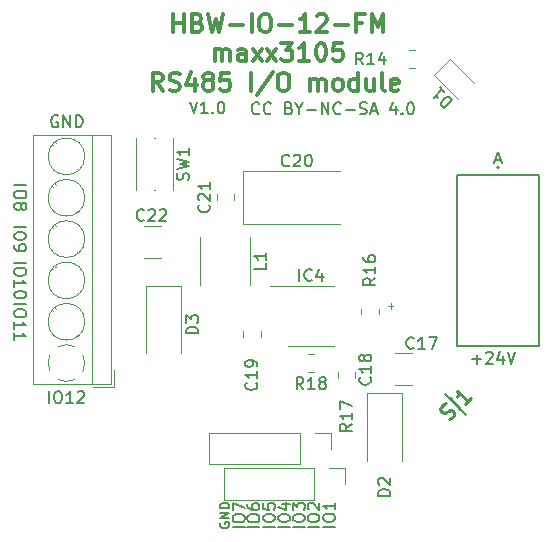
<source format=gbr>
%TF.GenerationSoftware,KiCad,Pcbnew,(6.0.9)*%
%TF.CreationDate,2024-03-30T18:33:12+01:00*%
%TF.ProjectId,HBW-IO-12-FM,4842572d-494f-42d3-9132-2d464d2e6b69,rev?*%
%TF.SameCoordinates,Original*%
%TF.FileFunction,Legend,Top*%
%TF.FilePolarity,Positive*%
%FSLAX46Y46*%
G04 Gerber Fmt 4.6, Leading zero omitted, Abs format (unit mm)*
G04 Created by KiCad (PCBNEW (6.0.9)) date 2024-03-30 18:33:12*
%MOMM*%
%LPD*%
G01*
G04 APERTURE LIST*
%ADD10C,0.150000*%
%ADD11C,0.300000*%
%ADD12C,0.254000*%
%ADD13C,0.200000*%
%ADD14C,0.120000*%
%ADD15C,0.127000*%
G04 APERTURE END LIST*
D10*
X127637619Y-75243809D02*
X128637619Y-75243809D01*
X128637619Y-75910476D02*
X128637619Y-76100952D01*
X128590000Y-76196190D01*
X128494761Y-76291428D01*
X128304285Y-76339047D01*
X127970952Y-76339047D01*
X127780476Y-76291428D01*
X127685238Y-76196190D01*
X127637619Y-76100952D01*
X127637619Y-75910476D01*
X127685238Y-75815238D01*
X127780476Y-75720000D01*
X127970952Y-75672380D01*
X128304285Y-75672380D01*
X128494761Y-75720000D01*
X128590000Y-75815238D01*
X128637619Y-75910476D01*
X127637619Y-77291428D02*
X127637619Y-76720000D01*
X127637619Y-77005714D02*
X128637619Y-77005714D01*
X128494761Y-76910476D01*
X128399523Y-76815238D01*
X128351904Y-76720000D01*
X128637619Y-77910476D02*
X128637619Y-78005714D01*
X128590000Y-78100952D01*
X128542380Y-78148571D01*
X128447142Y-78196190D01*
X128256666Y-78243809D01*
X128018571Y-78243809D01*
X127828095Y-78196190D01*
X127732857Y-78148571D01*
X127685238Y-78100952D01*
X127637619Y-78005714D01*
X127637619Y-77910476D01*
X127685238Y-77815238D01*
X127732857Y-77767619D01*
X127828095Y-77720000D01*
X128018571Y-77672380D01*
X128256666Y-77672380D01*
X128447142Y-77720000D01*
X128542380Y-77767619D01*
X128590000Y-77815238D01*
X128637619Y-77910476D01*
X147132380Y-97650000D02*
X146132380Y-97650000D01*
X146132380Y-96983333D02*
X146132380Y-96792857D01*
X146180000Y-96697619D01*
X146275238Y-96602380D01*
X146465714Y-96554761D01*
X146799047Y-96554761D01*
X146989523Y-96602380D01*
X147084761Y-96697619D01*
X147132380Y-96792857D01*
X147132380Y-96983333D01*
X147084761Y-97078571D01*
X146989523Y-97173809D01*
X146799047Y-97221428D01*
X146465714Y-97221428D01*
X146275238Y-97173809D01*
X146180000Y-97078571D01*
X146132380Y-96983333D01*
X146132380Y-96221428D02*
X146132380Y-95554761D01*
X147132380Y-95983333D01*
X130573809Y-87132380D02*
X130573809Y-86132380D01*
X131240476Y-86132380D02*
X131430952Y-86132380D01*
X131526190Y-86180000D01*
X131621428Y-86275238D01*
X131669047Y-86465714D01*
X131669047Y-86799047D01*
X131621428Y-86989523D01*
X131526190Y-87084761D01*
X131430952Y-87132380D01*
X131240476Y-87132380D01*
X131145238Y-87084761D01*
X131050000Y-86989523D01*
X131002380Y-86799047D01*
X131002380Y-86465714D01*
X131050000Y-86275238D01*
X131145238Y-86180000D01*
X131240476Y-86132380D01*
X132621428Y-87132380D02*
X132050000Y-87132380D01*
X132335714Y-87132380D02*
X132335714Y-86132380D01*
X132240476Y-86275238D01*
X132145238Y-86370476D01*
X132050000Y-86418095D01*
X133002380Y-86227619D02*
X133050000Y-86180000D01*
X133145238Y-86132380D01*
X133383333Y-86132380D01*
X133478571Y-86180000D01*
X133526190Y-86227619D01*
X133573809Y-86322857D01*
X133573809Y-86418095D01*
X133526190Y-86560952D01*
X132954761Y-87132380D01*
X133573809Y-87132380D01*
X166398095Y-83421428D02*
X167160000Y-83421428D01*
X166779047Y-83802380D02*
X166779047Y-83040476D01*
X167588571Y-82897619D02*
X167636190Y-82850000D01*
X167731428Y-82802380D01*
X167969523Y-82802380D01*
X168064761Y-82850000D01*
X168112380Y-82897619D01*
X168160000Y-82992857D01*
X168160000Y-83088095D01*
X168112380Y-83230952D01*
X167540952Y-83802380D01*
X168160000Y-83802380D01*
X169017142Y-83135714D02*
X169017142Y-83802380D01*
X168779047Y-82754761D02*
X168540952Y-83469047D01*
X169160000Y-83469047D01*
X169398095Y-82802380D02*
X169731428Y-83802380D01*
X170064761Y-82802380D01*
X153462380Y-97620000D02*
X152462380Y-97620000D01*
X152462380Y-96953333D02*
X152462380Y-96762857D01*
X152510000Y-96667619D01*
X152605238Y-96572380D01*
X152795714Y-96524761D01*
X153129047Y-96524761D01*
X153319523Y-96572380D01*
X153414761Y-96667619D01*
X153462380Y-96762857D01*
X153462380Y-96953333D01*
X153414761Y-97048571D01*
X153319523Y-97143809D01*
X153129047Y-97191428D01*
X152795714Y-97191428D01*
X152605238Y-97143809D01*
X152510000Y-97048571D01*
X152462380Y-96953333D01*
X152557619Y-96143809D02*
X152510000Y-96096190D01*
X152462380Y-96000952D01*
X152462380Y-95762857D01*
X152510000Y-95667619D01*
X152557619Y-95620000D01*
X152652857Y-95572380D01*
X152748095Y-95572380D01*
X152890952Y-95620000D01*
X153462380Y-96191428D01*
X153462380Y-95572380D01*
X127617619Y-72220000D02*
X128617619Y-72220000D01*
X128617619Y-72886666D02*
X128617619Y-73077142D01*
X128570000Y-73172380D01*
X128474761Y-73267619D01*
X128284285Y-73315238D01*
X127950952Y-73315238D01*
X127760476Y-73267619D01*
X127665238Y-73172380D01*
X127617619Y-73077142D01*
X127617619Y-72886666D01*
X127665238Y-72791428D01*
X127760476Y-72696190D01*
X127950952Y-72648571D01*
X128284285Y-72648571D01*
X128474761Y-72696190D01*
X128570000Y-72791428D01*
X128617619Y-72886666D01*
X127617619Y-73791428D02*
X127617619Y-73981904D01*
X127665238Y-74077142D01*
X127712857Y-74124761D01*
X127855714Y-74220000D01*
X128046190Y-74267619D01*
X128427142Y-74267619D01*
X128522380Y-74220000D01*
X128570000Y-74172380D01*
X128617619Y-74077142D01*
X128617619Y-73886666D01*
X128570000Y-73791428D01*
X128522380Y-73743809D01*
X128427142Y-73696190D01*
X128189047Y-73696190D01*
X128093809Y-73743809D01*
X128046190Y-73791428D01*
X127998571Y-73886666D01*
X127998571Y-74077142D01*
X128046190Y-74172380D01*
X128093809Y-74220000D01*
X128189047Y-74267619D01*
X127637619Y-78773809D02*
X128637619Y-78773809D01*
X128637619Y-79440476D02*
X128637619Y-79630952D01*
X128590000Y-79726190D01*
X128494761Y-79821428D01*
X128304285Y-79869047D01*
X127970952Y-79869047D01*
X127780476Y-79821428D01*
X127685238Y-79726190D01*
X127637619Y-79630952D01*
X127637619Y-79440476D01*
X127685238Y-79345238D01*
X127780476Y-79250000D01*
X127970952Y-79202380D01*
X128304285Y-79202380D01*
X128494761Y-79250000D01*
X128590000Y-79345238D01*
X128637619Y-79440476D01*
X127637619Y-80821428D02*
X127637619Y-80250000D01*
X127637619Y-80535714D02*
X128637619Y-80535714D01*
X128494761Y-80440476D01*
X128399523Y-80345238D01*
X128351904Y-80250000D01*
X127637619Y-81773809D02*
X127637619Y-81202380D01*
X127637619Y-81488095D02*
X128637619Y-81488095D01*
X128494761Y-81392857D01*
X128399523Y-81297619D01*
X128351904Y-81202380D01*
D11*
X141107142Y-55721071D02*
X141107142Y-54221071D01*
X141107142Y-54935357D02*
X141964285Y-54935357D01*
X141964285Y-55721071D02*
X141964285Y-54221071D01*
X143178571Y-54935357D02*
X143392857Y-55006785D01*
X143464285Y-55078214D01*
X143535714Y-55221071D01*
X143535714Y-55435357D01*
X143464285Y-55578214D01*
X143392857Y-55649642D01*
X143250000Y-55721071D01*
X142678571Y-55721071D01*
X142678571Y-54221071D01*
X143178571Y-54221071D01*
X143321428Y-54292500D01*
X143392857Y-54363928D01*
X143464285Y-54506785D01*
X143464285Y-54649642D01*
X143392857Y-54792500D01*
X143321428Y-54863928D01*
X143178571Y-54935357D01*
X142678571Y-54935357D01*
X144035714Y-54221071D02*
X144392857Y-55721071D01*
X144678571Y-54649642D01*
X144964285Y-55721071D01*
X145321428Y-54221071D01*
X145892857Y-55149642D02*
X147035714Y-55149642D01*
X147750000Y-55721071D02*
X147750000Y-54221071D01*
X148750000Y-54221071D02*
X149035714Y-54221071D01*
X149178571Y-54292500D01*
X149321428Y-54435357D01*
X149392857Y-54721071D01*
X149392857Y-55221071D01*
X149321428Y-55506785D01*
X149178571Y-55649642D01*
X149035714Y-55721071D01*
X148750000Y-55721071D01*
X148607142Y-55649642D01*
X148464285Y-55506785D01*
X148392857Y-55221071D01*
X148392857Y-54721071D01*
X148464285Y-54435357D01*
X148607142Y-54292500D01*
X148750000Y-54221071D01*
X150035714Y-55149642D02*
X151178571Y-55149642D01*
X152678571Y-55721071D02*
X151821428Y-55721071D01*
X152250000Y-55721071D02*
X152250000Y-54221071D01*
X152107142Y-54435357D01*
X151964285Y-54578214D01*
X151821428Y-54649642D01*
X153250000Y-54363928D02*
X153321428Y-54292500D01*
X153464285Y-54221071D01*
X153821428Y-54221071D01*
X153964285Y-54292500D01*
X154035714Y-54363928D01*
X154107142Y-54506785D01*
X154107142Y-54649642D01*
X154035714Y-54863928D01*
X153178571Y-55721071D01*
X154107142Y-55721071D01*
X154750000Y-55149642D02*
X155892857Y-55149642D01*
X157107142Y-54935357D02*
X156607142Y-54935357D01*
X156607142Y-55721071D02*
X156607142Y-54221071D01*
X157321428Y-54221071D01*
X157892857Y-55721071D02*
X157892857Y-54221071D01*
X158392857Y-55292500D01*
X158892857Y-54221071D01*
X158892857Y-55721071D01*
X144607142Y-58136071D02*
X144607142Y-57136071D01*
X144607142Y-57278928D02*
X144678571Y-57207500D01*
X144821428Y-57136071D01*
X145035714Y-57136071D01*
X145178571Y-57207500D01*
X145250000Y-57350357D01*
X145250000Y-58136071D01*
X145250000Y-57350357D02*
X145321428Y-57207500D01*
X145464285Y-57136071D01*
X145678571Y-57136071D01*
X145821428Y-57207500D01*
X145892857Y-57350357D01*
X145892857Y-58136071D01*
X147250000Y-58136071D02*
X147250000Y-57350357D01*
X147178571Y-57207500D01*
X147035714Y-57136071D01*
X146750000Y-57136071D01*
X146607142Y-57207500D01*
X147250000Y-58064642D02*
X147107142Y-58136071D01*
X146750000Y-58136071D01*
X146607142Y-58064642D01*
X146535714Y-57921785D01*
X146535714Y-57778928D01*
X146607142Y-57636071D01*
X146750000Y-57564642D01*
X147107142Y-57564642D01*
X147250000Y-57493214D01*
X147821428Y-58136071D02*
X148607142Y-57136071D01*
X147821428Y-57136071D02*
X148607142Y-58136071D01*
X149035714Y-58136071D02*
X149821428Y-57136071D01*
X149035714Y-57136071D02*
X149821428Y-58136071D01*
X150250000Y-56636071D02*
X151178571Y-56636071D01*
X150678571Y-57207500D01*
X150892857Y-57207500D01*
X151035714Y-57278928D01*
X151107142Y-57350357D01*
X151178571Y-57493214D01*
X151178571Y-57850357D01*
X151107142Y-57993214D01*
X151035714Y-58064642D01*
X150892857Y-58136071D01*
X150464285Y-58136071D01*
X150321428Y-58064642D01*
X150250000Y-57993214D01*
X152607142Y-58136071D02*
X151750000Y-58136071D01*
X152178571Y-58136071D02*
X152178571Y-56636071D01*
X152035714Y-56850357D01*
X151892857Y-56993214D01*
X151750000Y-57064642D01*
X153535714Y-56636071D02*
X153678571Y-56636071D01*
X153821428Y-56707500D01*
X153892857Y-56778928D01*
X153964285Y-56921785D01*
X154035714Y-57207500D01*
X154035714Y-57564642D01*
X153964285Y-57850357D01*
X153892857Y-57993214D01*
X153821428Y-58064642D01*
X153678571Y-58136071D01*
X153535714Y-58136071D01*
X153392857Y-58064642D01*
X153321428Y-57993214D01*
X153250000Y-57850357D01*
X153178571Y-57564642D01*
X153178571Y-57207500D01*
X153250000Y-56921785D01*
X153321428Y-56778928D01*
X153392857Y-56707500D01*
X153535714Y-56636071D01*
X155392857Y-56636071D02*
X154678571Y-56636071D01*
X154607142Y-57350357D01*
X154678571Y-57278928D01*
X154821428Y-57207500D01*
X155178571Y-57207500D01*
X155321428Y-57278928D01*
X155392857Y-57350357D01*
X155464285Y-57493214D01*
X155464285Y-57850357D01*
X155392857Y-57993214D01*
X155321428Y-58064642D01*
X155178571Y-58136071D01*
X154821428Y-58136071D01*
X154678571Y-58064642D01*
X154607142Y-57993214D01*
X140214285Y-60678571D02*
X139714285Y-59964285D01*
X139357142Y-60678571D02*
X139357142Y-59178571D01*
X139928571Y-59178571D01*
X140071428Y-59250000D01*
X140142857Y-59321428D01*
X140214285Y-59464285D01*
X140214285Y-59678571D01*
X140142857Y-59821428D01*
X140071428Y-59892857D01*
X139928571Y-59964285D01*
X139357142Y-59964285D01*
X140785714Y-60607142D02*
X141000000Y-60678571D01*
X141357142Y-60678571D01*
X141500000Y-60607142D01*
X141571428Y-60535714D01*
X141642857Y-60392857D01*
X141642857Y-60250000D01*
X141571428Y-60107142D01*
X141500000Y-60035714D01*
X141357142Y-59964285D01*
X141071428Y-59892857D01*
X140928571Y-59821428D01*
X140857142Y-59750000D01*
X140785714Y-59607142D01*
X140785714Y-59464285D01*
X140857142Y-59321428D01*
X140928571Y-59250000D01*
X141071428Y-59178571D01*
X141428571Y-59178571D01*
X141642857Y-59250000D01*
X142928571Y-59678571D02*
X142928571Y-60678571D01*
X142571428Y-59107142D02*
X142214285Y-60178571D01*
X143142857Y-60178571D01*
X143928571Y-59821428D02*
X143785714Y-59750000D01*
X143714285Y-59678571D01*
X143642857Y-59535714D01*
X143642857Y-59464285D01*
X143714285Y-59321428D01*
X143785714Y-59250000D01*
X143928571Y-59178571D01*
X144214285Y-59178571D01*
X144357142Y-59250000D01*
X144428571Y-59321428D01*
X144500000Y-59464285D01*
X144500000Y-59535714D01*
X144428571Y-59678571D01*
X144357142Y-59750000D01*
X144214285Y-59821428D01*
X143928571Y-59821428D01*
X143785714Y-59892857D01*
X143714285Y-59964285D01*
X143642857Y-60107142D01*
X143642857Y-60392857D01*
X143714285Y-60535714D01*
X143785714Y-60607142D01*
X143928571Y-60678571D01*
X144214285Y-60678571D01*
X144357142Y-60607142D01*
X144428571Y-60535714D01*
X144500000Y-60392857D01*
X144500000Y-60107142D01*
X144428571Y-59964285D01*
X144357142Y-59892857D01*
X144214285Y-59821428D01*
X145857142Y-59178571D02*
X145142857Y-59178571D01*
X145071428Y-59892857D01*
X145142857Y-59821428D01*
X145285714Y-59750000D01*
X145642857Y-59750000D01*
X145785714Y-59821428D01*
X145857142Y-59892857D01*
X145928571Y-60035714D01*
X145928571Y-60392857D01*
X145857142Y-60535714D01*
X145785714Y-60607142D01*
X145642857Y-60678571D01*
X145285714Y-60678571D01*
X145142857Y-60607142D01*
X145071428Y-60535714D01*
X147714285Y-60678571D02*
X147714285Y-59178571D01*
X149500000Y-59107142D02*
X148214285Y-61035714D01*
X150285714Y-59178571D02*
X150571428Y-59178571D01*
X150714285Y-59250000D01*
X150857142Y-59392857D01*
X150928571Y-59678571D01*
X150928571Y-60178571D01*
X150857142Y-60464285D01*
X150714285Y-60607142D01*
X150571428Y-60678571D01*
X150285714Y-60678571D01*
X150142857Y-60607142D01*
X150000000Y-60464285D01*
X149928571Y-60178571D01*
X149928571Y-59678571D01*
X150000000Y-59392857D01*
X150142857Y-59250000D01*
X150285714Y-59178571D01*
X152714285Y-60678571D02*
X152714285Y-59678571D01*
X152714285Y-59821428D02*
X152785714Y-59750000D01*
X152928571Y-59678571D01*
X153142857Y-59678571D01*
X153285714Y-59750000D01*
X153357142Y-59892857D01*
X153357142Y-60678571D01*
X153357142Y-59892857D02*
X153428571Y-59750000D01*
X153571428Y-59678571D01*
X153785714Y-59678571D01*
X153928571Y-59750000D01*
X154000000Y-59892857D01*
X154000000Y-60678571D01*
X154928571Y-60678571D02*
X154785714Y-60607142D01*
X154714285Y-60535714D01*
X154642857Y-60392857D01*
X154642857Y-59964285D01*
X154714285Y-59821428D01*
X154785714Y-59750000D01*
X154928571Y-59678571D01*
X155142857Y-59678571D01*
X155285714Y-59750000D01*
X155357142Y-59821428D01*
X155428571Y-59964285D01*
X155428571Y-60392857D01*
X155357142Y-60535714D01*
X155285714Y-60607142D01*
X155142857Y-60678571D01*
X154928571Y-60678571D01*
X156714285Y-60678571D02*
X156714285Y-59178571D01*
X156714285Y-60607142D02*
X156571428Y-60678571D01*
X156285714Y-60678571D01*
X156142857Y-60607142D01*
X156071428Y-60535714D01*
X156000000Y-60392857D01*
X156000000Y-59964285D01*
X156071428Y-59821428D01*
X156142857Y-59750000D01*
X156285714Y-59678571D01*
X156571428Y-59678571D01*
X156714285Y-59750000D01*
X158071428Y-59678571D02*
X158071428Y-60678571D01*
X157428571Y-59678571D02*
X157428571Y-60464285D01*
X157500000Y-60607142D01*
X157642857Y-60678571D01*
X157857142Y-60678571D01*
X158000000Y-60607142D01*
X158071428Y-60535714D01*
X159000000Y-60678571D02*
X158857142Y-60607142D01*
X158785714Y-60464285D01*
X158785714Y-59178571D01*
X160142857Y-60607142D02*
X160000000Y-60678571D01*
X159714285Y-60678571D01*
X159571428Y-60607142D01*
X159500000Y-60464285D01*
X159500000Y-59892857D01*
X159571428Y-59750000D01*
X159714285Y-59678571D01*
X160000000Y-59678571D01*
X160142857Y-59750000D01*
X160214285Y-59892857D01*
X160214285Y-60035714D01*
X159500000Y-60178571D01*
D10*
X150992380Y-97630000D02*
X149992380Y-97630000D01*
X149992380Y-96963333D02*
X149992380Y-96772857D01*
X150040000Y-96677619D01*
X150135238Y-96582380D01*
X150325714Y-96534761D01*
X150659047Y-96534761D01*
X150849523Y-96582380D01*
X150944761Y-96677619D01*
X150992380Y-96772857D01*
X150992380Y-96963333D01*
X150944761Y-97058571D01*
X150849523Y-97153809D01*
X150659047Y-97201428D01*
X150325714Y-97201428D01*
X150135238Y-97153809D01*
X150040000Y-97058571D01*
X149992380Y-96963333D01*
X150325714Y-95677619D02*
X150992380Y-95677619D01*
X149944761Y-95915714D02*
X150659047Y-96153809D01*
X150659047Y-95534761D01*
X131318095Y-62830000D02*
X131222857Y-62782380D01*
X131080000Y-62782380D01*
X130937142Y-62830000D01*
X130841904Y-62925238D01*
X130794285Y-63020476D01*
X130746666Y-63210952D01*
X130746666Y-63353809D01*
X130794285Y-63544285D01*
X130841904Y-63639523D01*
X130937142Y-63734761D01*
X131080000Y-63782380D01*
X131175238Y-63782380D01*
X131318095Y-63734761D01*
X131365714Y-63687142D01*
X131365714Y-63353809D01*
X131175238Y-63353809D01*
X131794285Y-63782380D02*
X131794285Y-62782380D01*
X132365714Y-63782380D01*
X132365714Y-62782380D01*
X132841904Y-63782380D02*
X132841904Y-62782380D01*
X133080000Y-62782380D01*
X133222857Y-62830000D01*
X133318095Y-62925238D01*
X133365714Y-63020476D01*
X133413333Y-63210952D01*
X133413333Y-63353809D01*
X133365714Y-63544285D01*
X133318095Y-63639523D01*
X133222857Y-63734761D01*
X133080000Y-63782380D01*
X132841904Y-63782380D01*
X145050000Y-97269523D02*
X145011904Y-97345714D01*
X145011904Y-97460000D01*
X145050000Y-97574285D01*
X145126190Y-97650476D01*
X145202380Y-97688571D01*
X145354761Y-97726666D01*
X145469047Y-97726666D01*
X145621428Y-97688571D01*
X145697619Y-97650476D01*
X145773809Y-97574285D01*
X145811904Y-97460000D01*
X145811904Y-97383809D01*
X145773809Y-97269523D01*
X145735714Y-97231428D01*
X145469047Y-97231428D01*
X145469047Y-97383809D01*
X145811904Y-96888571D02*
X145011904Y-96888571D01*
X145811904Y-96431428D01*
X145011904Y-96431428D01*
X145811904Y-96050476D02*
X145011904Y-96050476D01*
X145011904Y-95860000D01*
X145050000Y-95745714D01*
X145126190Y-95669523D01*
X145202380Y-95631428D01*
X145354761Y-95593333D01*
X145469047Y-95593333D01*
X145621428Y-95631428D01*
X145697619Y-95669523D01*
X145773809Y-95745714D01*
X145811904Y-95860000D01*
X145811904Y-96050476D01*
X148371904Y-62587142D02*
X148324285Y-62634761D01*
X148181428Y-62682380D01*
X148086190Y-62682380D01*
X147943333Y-62634761D01*
X147848095Y-62539523D01*
X147800476Y-62444285D01*
X147752857Y-62253809D01*
X147752857Y-62110952D01*
X147800476Y-61920476D01*
X147848095Y-61825238D01*
X147943333Y-61730000D01*
X148086190Y-61682380D01*
X148181428Y-61682380D01*
X148324285Y-61730000D01*
X148371904Y-61777619D01*
X149371904Y-62587142D02*
X149324285Y-62634761D01*
X149181428Y-62682380D01*
X149086190Y-62682380D01*
X148943333Y-62634761D01*
X148848095Y-62539523D01*
X148800476Y-62444285D01*
X148752857Y-62253809D01*
X148752857Y-62110952D01*
X148800476Y-61920476D01*
X148848095Y-61825238D01*
X148943333Y-61730000D01*
X149086190Y-61682380D01*
X149181428Y-61682380D01*
X149324285Y-61730000D01*
X149371904Y-61777619D01*
X150895714Y-62158571D02*
X151038571Y-62206190D01*
X151086190Y-62253809D01*
X151133809Y-62349047D01*
X151133809Y-62491904D01*
X151086190Y-62587142D01*
X151038571Y-62634761D01*
X150943333Y-62682380D01*
X150562380Y-62682380D01*
X150562380Y-61682380D01*
X150895714Y-61682380D01*
X150990952Y-61730000D01*
X151038571Y-61777619D01*
X151086190Y-61872857D01*
X151086190Y-61968095D01*
X151038571Y-62063333D01*
X150990952Y-62110952D01*
X150895714Y-62158571D01*
X150562380Y-62158571D01*
X151752857Y-62206190D02*
X151752857Y-62682380D01*
X151419523Y-61682380D02*
X151752857Y-62206190D01*
X152086190Y-61682380D01*
X152419523Y-62301428D02*
X153181428Y-62301428D01*
X153657619Y-62682380D02*
X153657619Y-61682380D01*
X154229047Y-62682380D01*
X154229047Y-61682380D01*
X155276666Y-62587142D02*
X155229047Y-62634761D01*
X155086190Y-62682380D01*
X154990952Y-62682380D01*
X154848095Y-62634761D01*
X154752857Y-62539523D01*
X154705238Y-62444285D01*
X154657619Y-62253809D01*
X154657619Y-62110952D01*
X154705238Y-61920476D01*
X154752857Y-61825238D01*
X154848095Y-61730000D01*
X154990952Y-61682380D01*
X155086190Y-61682380D01*
X155229047Y-61730000D01*
X155276666Y-61777619D01*
X155705238Y-62301428D02*
X156467142Y-62301428D01*
X156895714Y-62634761D02*
X157038571Y-62682380D01*
X157276666Y-62682380D01*
X157371904Y-62634761D01*
X157419523Y-62587142D01*
X157467142Y-62491904D01*
X157467142Y-62396666D01*
X157419523Y-62301428D01*
X157371904Y-62253809D01*
X157276666Y-62206190D01*
X157086190Y-62158571D01*
X156990952Y-62110952D01*
X156943333Y-62063333D01*
X156895714Y-61968095D01*
X156895714Y-61872857D01*
X156943333Y-61777619D01*
X156990952Y-61730000D01*
X157086190Y-61682380D01*
X157324285Y-61682380D01*
X157467142Y-61730000D01*
X157848095Y-62396666D02*
X158324285Y-62396666D01*
X157752857Y-62682380D02*
X158086190Y-61682380D01*
X158419523Y-62682380D01*
X159943333Y-62015714D02*
X159943333Y-62682380D01*
X159705238Y-61634761D02*
X159467142Y-62349047D01*
X160086190Y-62349047D01*
X160467142Y-62587142D02*
X160514761Y-62634761D01*
X160467142Y-62682380D01*
X160419523Y-62634761D01*
X160467142Y-62587142D01*
X160467142Y-62682380D01*
X161133809Y-61682380D02*
X161229047Y-61682380D01*
X161324285Y-61730000D01*
X161371904Y-61777619D01*
X161419523Y-61872857D01*
X161467142Y-62063333D01*
X161467142Y-62301428D01*
X161419523Y-62491904D01*
X161371904Y-62587142D01*
X161324285Y-62634761D01*
X161229047Y-62682380D01*
X161133809Y-62682380D01*
X161038571Y-62634761D01*
X160990952Y-62587142D01*
X160943333Y-62491904D01*
X160895714Y-62301428D01*
X160895714Y-62063333D01*
X160943333Y-61872857D01*
X160990952Y-61777619D01*
X161038571Y-61730000D01*
X161133809Y-61682380D01*
X152222380Y-97620000D02*
X151222380Y-97620000D01*
X151222380Y-96953333D02*
X151222380Y-96762857D01*
X151270000Y-96667619D01*
X151365238Y-96572380D01*
X151555714Y-96524761D01*
X151889047Y-96524761D01*
X152079523Y-96572380D01*
X152174761Y-96667619D01*
X152222380Y-96762857D01*
X152222380Y-96953333D01*
X152174761Y-97048571D01*
X152079523Y-97143809D01*
X151889047Y-97191428D01*
X151555714Y-97191428D01*
X151365238Y-97143809D01*
X151270000Y-97048571D01*
X151222380Y-96953333D01*
X151222380Y-96191428D02*
X151222380Y-95572380D01*
X151603333Y-95905714D01*
X151603333Y-95762857D01*
X151650952Y-95667619D01*
X151698571Y-95620000D01*
X151793809Y-95572380D01*
X152031904Y-95572380D01*
X152127142Y-95620000D01*
X152174761Y-95667619D01*
X152222380Y-95762857D01*
X152222380Y-96048571D01*
X152174761Y-96143809D01*
X152127142Y-96191428D01*
X142476190Y-61612380D02*
X142809523Y-62612380D01*
X143142857Y-61612380D01*
X144000000Y-62612380D02*
X143428571Y-62612380D01*
X143714285Y-62612380D02*
X143714285Y-61612380D01*
X143619047Y-61755238D01*
X143523809Y-61850476D01*
X143428571Y-61898095D01*
X144428571Y-62517142D02*
X144476190Y-62564761D01*
X144428571Y-62612380D01*
X144380952Y-62564761D01*
X144428571Y-62517142D01*
X144428571Y-62612380D01*
X145095238Y-61612380D02*
X145190476Y-61612380D01*
X145285714Y-61660000D01*
X145333333Y-61707619D01*
X145380952Y-61802857D01*
X145428571Y-61993333D01*
X145428571Y-62231428D01*
X145380952Y-62421904D01*
X145333333Y-62517142D01*
X145285714Y-62564761D01*
X145190476Y-62612380D01*
X145095238Y-62612380D01*
X145000000Y-62564761D01*
X144952380Y-62517142D01*
X144904761Y-62421904D01*
X144857142Y-62231428D01*
X144857142Y-61993333D01*
X144904761Y-61802857D01*
X144952380Y-61707619D01*
X145000000Y-61660000D01*
X145095238Y-61612380D01*
X149702380Y-97630000D02*
X148702380Y-97630000D01*
X148702380Y-96963333D02*
X148702380Y-96772857D01*
X148750000Y-96677619D01*
X148845238Y-96582380D01*
X149035714Y-96534761D01*
X149369047Y-96534761D01*
X149559523Y-96582380D01*
X149654761Y-96677619D01*
X149702380Y-96772857D01*
X149702380Y-96963333D01*
X149654761Y-97058571D01*
X149559523Y-97153809D01*
X149369047Y-97201428D01*
X149035714Y-97201428D01*
X148845238Y-97153809D01*
X148750000Y-97058571D01*
X148702380Y-96963333D01*
X148702380Y-95630000D02*
X148702380Y-96106190D01*
X149178571Y-96153809D01*
X149130952Y-96106190D01*
X149083333Y-96010952D01*
X149083333Y-95772857D01*
X149130952Y-95677619D01*
X149178571Y-95630000D01*
X149273809Y-95582380D01*
X149511904Y-95582380D01*
X149607142Y-95630000D01*
X149654761Y-95677619D01*
X149702380Y-95772857D01*
X149702380Y-96010952D01*
X149654761Y-96106190D01*
X149607142Y-96153809D01*
X168371904Y-66556666D02*
X168848095Y-66556666D01*
X168276666Y-66842380D02*
X168610000Y-65842380D01*
X168943333Y-66842380D01*
X154792380Y-97600000D02*
X153792380Y-97600000D01*
X153792380Y-96933333D02*
X153792380Y-96742857D01*
X153840000Y-96647619D01*
X153935238Y-96552380D01*
X154125714Y-96504761D01*
X154459047Y-96504761D01*
X154649523Y-96552380D01*
X154744761Y-96647619D01*
X154792380Y-96742857D01*
X154792380Y-96933333D01*
X154744761Y-97028571D01*
X154649523Y-97123809D01*
X154459047Y-97171428D01*
X154125714Y-97171428D01*
X153935238Y-97123809D01*
X153840000Y-97028571D01*
X153792380Y-96933333D01*
X154792380Y-95552380D02*
X154792380Y-96123809D01*
X154792380Y-95838095D02*
X153792380Y-95838095D01*
X153935238Y-95933333D01*
X154030476Y-96028571D01*
X154078095Y-96123809D01*
X127647619Y-68710000D02*
X128647619Y-68710000D01*
X128647619Y-69376666D02*
X128647619Y-69567142D01*
X128600000Y-69662380D01*
X128504761Y-69757619D01*
X128314285Y-69805238D01*
X127980952Y-69805238D01*
X127790476Y-69757619D01*
X127695238Y-69662380D01*
X127647619Y-69567142D01*
X127647619Y-69376666D01*
X127695238Y-69281428D01*
X127790476Y-69186190D01*
X127980952Y-69138571D01*
X128314285Y-69138571D01*
X128504761Y-69186190D01*
X128600000Y-69281428D01*
X128647619Y-69376666D01*
X128219047Y-70376666D02*
X128266666Y-70281428D01*
X128314285Y-70233809D01*
X128409523Y-70186190D01*
X128457142Y-70186190D01*
X128552380Y-70233809D01*
X128600000Y-70281428D01*
X128647619Y-70376666D01*
X128647619Y-70567142D01*
X128600000Y-70662380D01*
X128552380Y-70710000D01*
X128457142Y-70757619D01*
X128409523Y-70757619D01*
X128314285Y-70710000D01*
X128266666Y-70662380D01*
X128219047Y-70567142D01*
X128219047Y-70376666D01*
X128171428Y-70281428D01*
X128123809Y-70233809D01*
X128028571Y-70186190D01*
X127838095Y-70186190D01*
X127742857Y-70233809D01*
X127695238Y-70281428D01*
X127647619Y-70376666D01*
X127647619Y-70567142D01*
X127695238Y-70662380D01*
X127742857Y-70710000D01*
X127838095Y-70757619D01*
X128028571Y-70757619D01*
X128123809Y-70710000D01*
X128171428Y-70662380D01*
X128219047Y-70567142D01*
X148372380Y-97650000D02*
X147372380Y-97650000D01*
X147372380Y-96983333D02*
X147372380Y-96792857D01*
X147420000Y-96697619D01*
X147515238Y-96602380D01*
X147705714Y-96554761D01*
X148039047Y-96554761D01*
X148229523Y-96602380D01*
X148324761Y-96697619D01*
X148372380Y-96792857D01*
X148372380Y-96983333D01*
X148324761Y-97078571D01*
X148229523Y-97173809D01*
X148039047Y-97221428D01*
X147705714Y-97221428D01*
X147515238Y-97173809D01*
X147420000Y-97078571D01*
X147372380Y-96983333D01*
X147372380Y-95697619D02*
X147372380Y-95888095D01*
X147420000Y-95983333D01*
X147467619Y-96030952D01*
X147610476Y-96126190D01*
X147800952Y-96173809D01*
X148181904Y-96173809D01*
X148277142Y-96126190D01*
X148324761Y-96078571D01*
X148372380Y-95983333D01*
X148372380Y-95792857D01*
X148324761Y-95697619D01*
X148277142Y-95650000D01*
X148181904Y-95602380D01*
X147943809Y-95602380D01*
X147848571Y-95650000D01*
X147800952Y-95697619D01*
X147753333Y-95792857D01*
X147753333Y-95983333D01*
X147800952Y-96078571D01*
X147848571Y-96126190D01*
X147943809Y-96173809D01*
D12*
%TO.C,SI1*%
X164447693Y-88493745D02*
X164618746Y-88408218D01*
X164832562Y-88194403D01*
X164875325Y-88066113D01*
X164875325Y-87980587D01*
X164832562Y-87852298D01*
X164747035Y-87766772D01*
X164618746Y-87724008D01*
X164533220Y-87724008D01*
X164404930Y-87766772D01*
X164191115Y-87895061D01*
X164062825Y-87937824D01*
X163977299Y-87937824D01*
X163849010Y-87895061D01*
X163763483Y-87809535D01*
X163720720Y-87681245D01*
X163720720Y-87595719D01*
X163763483Y-87467430D01*
X163977299Y-87253614D01*
X164148352Y-87168088D01*
X165388482Y-87638482D02*
X164490457Y-86740457D01*
X166286508Y-86740457D02*
X165773350Y-87253614D01*
X166029929Y-86997035D02*
X165131903Y-86099010D01*
X165174667Y-86312825D01*
X165174667Y-86483878D01*
X165131903Y-86612167D01*
D10*
%TO.C,D3*%
X143202380Y-81238095D02*
X142202380Y-81238095D01*
X142202380Y-81000000D01*
X142250000Y-80857142D01*
X142345238Y-80761904D01*
X142440476Y-80714285D01*
X142630952Y-80666666D01*
X142773809Y-80666666D01*
X142964285Y-80714285D01*
X143059523Y-80761904D01*
X143154761Y-80857142D01*
X143202380Y-81000000D01*
X143202380Y-81238095D01*
X142202380Y-80333333D02*
X142202380Y-79714285D01*
X142583333Y-80047619D01*
X142583333Y-79904761D01*
X142630952Y-79809523D01*
X142678571Y-79761904D01*
X142773809Y-79714285D01*
X143011904Y-79714285D01*
X143107142Y-79761904D01*
X143154761Y-79809523D01*
X143202380Y-79904761D01*
X143202380Y-80190476D01*
X143154761Y-80285714D01*
X143107142Y-80333333D01*
%TO.C,D1*%
X164716577Y-61456814D02*
X164009471Y-62163921D01*
X163841112Y-61995562D01*
X163773768Y-61860875D01*
X163773768Y-61726188D01*
X163807440Y-61625173D01*
X163908455Y-61456814D01*
X164009471Y-61355799D01*
X164177829Y-61254783D01*
X164278845Y-61221112D01*
X164413532Y-61221112D01*
X164548219Y-61288455D01*
X164716577Y-61456814D01*
X163639081Y-60379318D02*
X164043142Y-60783379D01*
X163841112Y-60581348D02*
X163134005Y-61288455D01*
X163302364Y-61254783D01*
X163437051Y-61254783D01*
X163538066Y-61288455D01*
%TO.C,C19*%
X148107142Y-85392857D02*
X148154761Y-85440476D01*
X148202380Y-85583333D01*
X148202380Y-85678571D01*
X148154761Y-85821428D01*
X148059523Y-85916666D01*
X147964285Y-85964285D01*
X147773809Y-86011904D01*
X147630952Y-86011904D01*
X147440476Y-85964285D01*
X147345238Y-85916666D01*
X147250000Y-85821428D01*
X147202380Y-85678571D01*
X147202380Y-85583333D01*
X147250000Y-85440476D01*
X147297619Y-85392857D01*
X148202380Y-84440476D02*
X148202380Y-85011904D01*
X148202380Y-84726190D02*
X147202380Y-84726190D01*
X147345238Y-84821428D01*
X147440476Y-84916666D01*
X147488095Y-85011904D01*
X148202380Y-83964285D02*
X148202380Y-83773809D01*
X148154761Y-83678571D01*
X148107142Y-83630952D01*
X147964285Y-83535714D01*
X147773809Y-83488095D01*
X147392857Y-83488095D01*
X147297619Y-83535714D01*
X147250000Y-83583333D01*
X147202380Y-83678571D01*
X147202380Y-83869047D01*
X147250000Y-83964285D01*
X147297619Y-84011904D01*
X147392857Y-84059523D01*
X147630952Y-84059523D01*
X147726190Y-84011904D01*
X147773809Y-83964285D01*
X147821428Y-83869047D01*
X147821428Y-83678571D01*
X147773809Y-83583333D01*
X147726190Y-83535714D01*
X147630952Y-83488095D01*
%TO.C,L1*%
X148952380Y-75266666D02*
X148952380Y-75742857D01*
X147952380Y-75742857D01*
X148952380Y-74409523D02*
X148952380Y-74980952D01*
X148952380Y-74695238D02*
X147952380Y-74695238D01*
X148095238Y-74790476D01*
X148190476Y-74885714D01*
X148238095Y-74980952D01*
%TO.C,D2*%
X159452380Y-94988095D02*
X158452380Y-94988095D01*
X158452380Y-94750000D01*
X158500000Y-94607142D01*
X158595238Y-94511904D01*
X158690476Y-94464285D01*
X158880952Y-94416666D01*
X159023809Y-94416666D01*
X159214285Y-94464285D01*
X159309523Y-94511904D01*
X159404761Y-94607142D01*
X159452380Y-94750000D01*
X159452380Y-94988095D01*
X158547619Y-94035714D02*
X158500000Y-93988095D01*
X158452380Y-93892857D01*
X158452380Y-93654761D01*
X158500000Y-93559523D01*
X158547619Y-93511904D01*
X158642857Y-93464285D01*
X158738095Y-93464285D01*
X158880952Y-93511904D01*
X159452380Y-94083333D01*
X159452380Y-93464285D01*
%TO.C,C17*%
X161457142Y-82457142D02*
X161409523Y-82504761D01*
X161266666Y-82552380D01*
X161171428Y-82552380D01*
X161028571Y-82504761D01*
X160933333Y-82409523D01*
X160885714Y-82314285D01*
X160838095Y-82123809D01*
X160838095Y-81980952D01*
X160885714Y-81790476D01*
X160933333Y-81695238D01*
X161028571Y-81600000D01*
X161171428Y-81552380D01*
X161266666Y-81552380D01*
X161409523Y-81600000D01*
X161457142Y-81647619D01*
X162409523Y-82552380D02*
X161838095Y-82552380D01*
X162123809Y-82552380D02*
X162123809Y-81552380D01*
X162028571Y-81695238D01*
X161933333Y-81790476D01*
X161838095Y-81838095D01*
X162742857Y-81552380D02*
X163409523Y-81552380D01*
X162980952Y-82552380D01*
%TO.C,R16*%
X158202380Y-76542857D02*
X157726190Y-76876190D01*
X158202380Y-77114285D02*
X157202380Y-77114285D01*
X157202380Y-76733333D01*
X157250000Y-76638095D01*
X157297619Y-76590476D01*
X157392857Y-76542857D01*
X157535714Y-76542857D01*
X157630952Y-76590476D01*
X157678571Y-76638095D01*
X157726190Y-76733333D01*
X157726190Y-77114285D01*
X158202380Y-75590476D02*
X158202380Y-76161904D01*
X158202380Y-75876190D02*
X157202380Y-75876190D01*
X157345238Y-75971428D01*
X157440476Y-76066666D01*
X157488095Y-76161904D01*
X157202380Y-74733333D02*
X157202380Y-74923809D01*
X157250000Y-75019047D01*
X157297619Y-75066666D01*
X157440476Y-75161904D01*
X157630952Y-75209523D01*
X158011904Y-75209523D01*
X158107142Y-75161904D01*
X158154761Y-75114285D01*
X158202380Y-75019047D01*
X158202380Y-74828571D01*
X158154761Y-74733333D01*
X158107142Y-74685714D01*
X158011904Y-74638095D01*
X157773809Y-74638095D01*
X157678571Y-74685714D01*
X157630952Y-74733333D01*
X157583333Y-74828571D01*
X157583333Y-75019047D01*
X157630952Y-75114285D01*
X157678571Y-75161904D01*
X157773809Y-75209523D01*
%TO.C,R14*%
X157157142Y-58452380D02*
X156823809Y-57976190D01*
X156585714Y-58452380D02*
X156585714Y-57452380D01*
X156966666Y-57452380D01*
X157061904Y-57500000D01*
X157109523Y-57547619D01*
X157157142Y-57642857D01*
X157157142Y-57785714D01*
X157109523Y-57880952D01*
X157061904Y-57928571D01*
X156966666Y-57976190D01*
X156585714Y-57976190D01*
X158109523Y-58452380D02*
X157538095Y-58452380D01*
X157823809Y-58452380D02*
X157823809Y-57452380D01*
X157728571Y-57595238D01*
X157633333Y-57690476D01*
X157538095Y-57738095D01*
X158966666Y-57785714D02*
X158966666Y-58452380D01*
X158728571Y-57404761D02*
X158490476Y-58119047D01*
X159109523Y-58119047D01*
%TO.C,C21*%
X144107142Y-70355357D02*
X144154761Y-70402976D01*
X144202380Y-70545833D01*
X144202380Y-70641071D01*
X144154761Y-70783928D01*
X144059523Y-70879166D01*
X143964285Y-70926785D01*
X143773809Y-70974404D01*
X143630952Y-70974404D01*
X143440476Y-70926785D01*
X143345238Y-70879166D01*
X143250000Y-70783928D01*
X143202380Y-70641071D01*
X143202380Y-70545833D01*
X143250000Y-70402976D01*
X143297619Y-70355357D01*
X143297619Y-69974404D02*
X143250000Y-69926785D01*
X143202380Y-69831547D01*
X143202380Y-69593452D01*
X143250000Y-69498214D01*
X143297619Y-69450595D01*
X143392857Y-69402976D01*
X143488095Y-69402976D01*
X143630952Y-69450595D01*
X144202380Y-70022023D01*
X144202380Y-69402976D01*
X144202380Y-68450595D02*
X144202380Y-69022023D01*
X144202380Y-68736309D02*
X143202380Y-68736309D01*
X143345238Y-68831547D01*
X143440476Y-68926785D01*
X143488095Y-69022023D01*
%TO.C,C20*%
X150907142Y-67007142D02*
X150859523Y-67054761D01*
X150716666Y-67102380D01*
X150621428Y-67102380D01*
X150478571Y-67054761D01*
X150383333Y-66959523D01*
X150335714Y-66864285D01*
X150288095Y-66673809D01*
X150288095Y-66530952D01*
X150335714Y-66340476D01*
X150383333Y-66245238D01*
X150478571Y-66150000D01*
X150621428Y-66102380D01*
X150716666Y-66102380D01*
X150859523Y-66150000D01*
X150907142Y-66197619D01*
X151288095Y-66197619D02*
X151335714Y-66150000D01*
X151430952Y-66102380D01*
X151669047Y-66102380D01*
X151764285Y-66150000D01*
X151811904Y-66197619D01*
X151859523Y-66292857D01*
X151859523Y-66388095D01*
X151811904Y-66530952D01*
X151240476Y-67102380D01*
X151859523Y-67102380D01*
X152478571Y-66102380D02*
X152573809Y-66102380D01*
X152669047Y-66150000D01*
X152716666Y-66197619D01*
X152764285Y-66292857D01*
X152811904Y-66483333D01*
X152811904Y-66721428D01*
X152764285Y-66911904D01*
X152716666Y-67007142D01*
X152669047Y-67054761D01*
X152573809Y-67102380D01*
X152478571Y-67102380D01*
X152383333Y-67054761D01*
X152335714Y-67007142D01*
X152288095Y-66911904D01*
X152240476Y-66721428D01*
X152240476Y-66483333D01*
X152288095Y-66292857D01*
X152335714Y-66197619D01*
X152383333Y-66150000D01*
X152478571Y-66102380D01*
%TO.C,R18*%
X152107142Y-85952380D02*
X151773809Y-85476190D01*
X151535714Y-85952380D02*
X151535714Y-84952380D01*
X151916666Y-84952380D01*
X152011904Y-85000000D01*
X152059523Y-85047619D01*
X152107142Y-85142857D01*
X152107142Y-85285714D01*
X152059523Y-85380952D01*
X152011904Y-85428571D01*
X151916666Y-85476190D01*
X151535714Y-85476190D01*
X153059523Y-85952380D02*
X152488095Y-85952380D01*
X152773809Y-85952380D02*
X152773809Y-84952380D01*
X152678571Y-85095238D01*
X152583333Y-85190476D01*
X152488095Y-85238095D01*
X153630952Y-85380952D02*
X153535714Y-85333333D01*
X153488095Y-85285714D01*
X153440476Y-85190476D01*
X153440476Y-85142857D01*
X153488095Y-85047619D01*
X153535714Y-85000000D01*
X153630952Y-84952380D01*
X153821428Y-84952380D01*
X153916666Y-85000000D01*
X153964285Y-85047619D01*
X154011904Y-85142857D01*
X154011904Y-85190476D01*
X153964285Y-85285714D01*
X153916666Y-85333333D01*
X153821428Y-85380952D01*
X153630952Y-85380952D01*
X153535714Y-85428571D01*
X153488095Y-85476190D01*
X153440476Y-85571428D01*
X153440476Y-85761904D01*
X153488095Y-85857142D01*
X153535714Y-85904761D01*
X153630952Y-85952380D01*
X153821428Y-85952380D01*
X153916666Y-85904761D01*
X153964285Y-85857142D01*
X154011904Y-85761904D01*
X154011904Y-85571428D01*
X153964285Y-85476190D01*
X153916666Y-85428571D01*
X153821428Y-85380952D01*
%TO.C,C22*%
X138607142Y-71607142D02*
X138559523Y-71654761D01*
X138416666Y-71702380D01*
X138321428Y-71702380D01*
X138178571Y-71654761D01*
X138083333Y-71559523D01*
X138035714Y-71464285D01*
X137988095Y-71273809D01*
X137988095Y-71130952D01*
X138035714Y-70940476D01*
X138083333Y-70845238D01*
X138178571Y-70750000D01*
X138321428Y-70702380D01*
X138416666Y-70702380D01*
X138559523Y-70750000D01*
X138607142Y-70797619D01*
X138988095Y-70797619D02*
X139035714Y-70750000D01*
X139130952Y-70702380D01*
X139369047Y-70702380D01*
X139464285Y-70750000D01*
X139511904Y-70797619D01*
X139559523Y-70892857D01*
X139559523Y-70988095D01*
X139511904Y-71130952D01*
X138940476Y-71702380D01*
X139559523Y-71702380D01*
X139940476Y-70797619D02*
X139988095Y-70750000D01*
X140083333Y-70702380D01*
X140321428Y-70702380D01*
X140416666Y-70750000D01*
X140464285Y-70797619D01*
X140511904Y-70892857D01*
X140511904Y-70988095D01*
X140464285Y-71130952D01*
X139892857Y-71702380D01*
X140511904Y-71702380D01*
%TO.C,IC4*%
X151773809Y-76802380D02*
X151773809Y-75802380D01*
X152821428Y-76707142D02*
X152773809Y-76754761D01*
X152630952Y-76802380D01*
X152535714Y-76802380D01*
X152392857Y-76754761D01*
X152297619Y-76659523D01*
X152250000Y-76564285D01*
X152202380Y-76373809D01*
X152202380Y-76230952D01*
X152250000Y-76040476D01*
X152297619Y-75945238D01*
X152392857Y-75850000D01*
X152535714Y-75802380D01*
X152630952Y-75802380D01*
X152773809Y-75850000D01*
X152821428Y-75897619D01*
X153678571Y-76135714D02*
X153678571Y-76802380D01*
X153440476Y-75754761D02*
X153202380Y-76469047D01*
X153821428Y-76469047D01*
%TO.C,SW1*%
X142354761Y-68233333D02*
X142402380Y-68090476D01*
X142402380Y-67852380D01*
X142354761Y-67757142D01*
X142307142Y-67709523D01*
X142211904Y-67661904D01*
X142116666Y-67661904D01*
X142021428Y-67709523D01*
X141973809Y-67757142D01*
X141926190Y-67852380D01*
X141878571Y-68042857D01*
X141830952Y-68138095D01*
X141783333Y-68185714D01*
X141688095Y-68233333D01*
X141592857Y-68233333D01*
X141497619Y-68185714D01*
X141450000Y-68138095D01*
X141402380Y-68042857D01*
X141402380Y-67804761D01*
X141450000Y-67661904D01*
X141402380Y-67328571D02*
X142402380Y-67090476D01*
X141688095Y-66900000D01*
X142402380Y-66709523D01*
X141402380Y-66471428D01*
X142402380Y-65566666D02*
X142402380Y-66138095D01*
X142402380Y-65852380D02*
X141402380Y-65852380D01*
X141545238Y-65947619D01*
X141640476Y-66042857D01*
X141688095Y-66138095D01*
%TO.C,R17*%
X156202380Y-88892857D02*
X155726190Y-89226190D01*
X156202380Y-89464285D02*
X155202380Y-89464285D01*
X155202380Y-89083333D01*
X155250000Y-88988095D01*
X155297619Y-88940476D01*
X155392857Y-88892857D01*
X155535714Y-88892857D01*
X155630952Y-88940476D01*
X155678571Y-88988095D01*
X155726190Y-89083333D01*
X155726190Y-89464285D01*
X156202380Y-87940476D02*
X156202380Y-88511904D01*
X156202380Y-88226190D02*
X155202380Y-88226190D01*
X155345238Y-88321428D01*
X155440476Y-88416666D01*
X155488095Y-88511904D01*
X155202380Y-87607142D02*
X155202380Y-86940476D01*
X156202380Y-87369047D01*
%TO.C,C18*%
X157757142Y-84942857D02*
X157804761Y-84990476D01*
X157852380Y-85133333D01*
X157852380Y-85228571D01*
X157804761Y-85371428D01*
X157709523Y-85466666D01*
X157614285Y-85514285D01*
X157423809Y-85561904D01*
X157280952Y-85561904D01*
X157090476Y-85514285D01*
X156995238Y-85466666D01*
X156900000Y-85371428D01*
X156852380Y-85228571D01*
X156852380Y-85133333D01*
X156900000Y-84990476D01*
X156947619Y-84942857D01*
X157852380Y-83990476D02*
X157852380Y-84561904D01*
X157852380Y-84276190D02*
X156852380Y-84276190D01*
X156995238Y-84371428D01*
X157090476Y-84466666D01*
X157138095Y-84561904D01*
X157280952Y-83419047D02*
X157233333Y-83514285D01*
X157185714Y-83561904D01*
X157090476Y-83609523D01*
X157042857Y-83609523D01*
X156947619Y-83561904D01*
X156900000Y-83514285D01*
X156852380Y-83419047D01*
X156852380Y-83228571D01*
X156900000Y-83133333D01*
X156947619Y-83085714D01*
X157042857Y-83038095D01*
X157090476Y-83038095D01*
X157185714Y-83085714D01*
X157233333Y-83133333D01*
X157280952Y-83228571D01*
X157280952Y-83419047D01*
X157328571Y-83514285D01*
X157376190Y-83561904D01*
X157471428Y-83609523D01*
X157661904Y-83609523D01*
X157757142Y-83561904D01*
X157804761Y-83514285D01*
X157852380Y-83419047D01*
X157852380Y-83228571D01*
X157804761Y-83133333D01*
X157757142Y-83085714D01*
X157661904Y-83038095D01*
X157471428Y-83038095D01*
X157376190Y-83085714D01*
X157328571Y-83133333D01*
X157280952Y-83228571D01*
D13*
%TO.C,SI1*%
X165862581Y-88112581D02*
X164101885Y-86351885D01*
D14*
%TO.C,D3*%
X141750000Y-82900000D02*
X141750000Y-77200000D01*
X138750000Y-77200000D02*
X138750000Y-82900000D01*
X141750000Y-77200000D02*
X138750000Y-77200000D01*
D15*
%TO.C,J4*%
X165100000Y-67837500D02*
X172100000Y-67837500D01*
X172100000Y-82337500D02*
X172100000Y-67837500D01*
X165100000Y-82337500D02*
X165100000Y-67837500D01*
X172100000Y-82337500D02*
X165100000Y-82337500D01*
D13*
X168700000Y-67187500D02*
G75*
G03*
X168700000Y-67187500I-100000J0D01*
G01*
D14*
%TO.C,D1*%
X163155959Y-59393604D02*
X165178284Y-61415929D01*
X164513604Y-58035959D02*
X163155959Y-59393604D01*
X166535929Y-60058284D02*
X164513604Y-58035959D01*
%TO.C,C19*%
X148485000Y-81026248D02*
X148485000Y-81548752D01*
X147015000Y-81026248D02*
X147015000Y-81548752D01*
%TO.C,L1*%
X147600000Y-73100000D02*
X147600000Y-77100000D01*
X143400000Y-73100000D02*
X143400000Y-77100000D01*
%TO.C,D2*%
X157500000Y-86300000D02*
X157500000Y-92000000D01*
X160500000Y-92000000D02*
X160500000Y-86300000D01*
X160500000Y-86300000D02*
X157500000Y-86300000D01*
%TO.C,C17*%
X159240113Y-78925000D02*
X159740113Y-78925000D01*
X159490113Y-78675000D02*
X159490113Y-79175000D01*
%TO.C,R16*%
X158485000Y-79627064D02*
X158485000Y-79172936D01*
X157015000Y-79627064D02*
X157015000Y-79172936D01*
%TO.C,J1*%
X154300000Y-92670000D02*
X155630000Y-92670000D01*
X155630000Y-92670000D02*
X155630000Y-94000000D01*
X153030000Y-95330000D02*
X145350000Y-95330000D01*
X145350000Y-92670000D02*
X145350000Y-95330000D01*
X153030000Y-92670000D02*
X153030000Y-95330000D01*
X153030000Y-92670000D02*
X145350000Y-92670000D01*
%TO.C,R14*%
X161072936Y-58735000D02*
X161527064Y-58735000D01*
X161072936Y-57265000D02*
X161527064Y-57265000D01*
%TO.C,C21*%
X146235000Y-69451248D02*
X146235000Y-69973752D01*
X144765000Y-69451248D02*
X144765000Y-69973752D01*
%TO.C,C20*%
X146965000Y-67490000D02*
X146965000Y-72010000D01*
X146965000Y-72010000D02*
X155200000Y-72010000D01*
X155200000Y-67490000D02*
X146965000Y-67490000D01*
%TO.C,R18*%
X152977064Y-83015000D02*
X152522936Y-83015000D01*
X152977064Y-84485000D02*
X152522936Y-84485000D01*
%TO.C,C22*%
X140023752Y-74860000D02*
X138601248Y-74860000D01*
X140023752Y-72140000D02*
X138601248Y-72140000D01*
%TO.C,IC4*%
X152750000Y-82310000D02*
X154700000Y-82310000D01*
X152750000Y-77190000D02*
X154700000Y-77190000D01*
X152750000Y-82310000D02*
X150800000Y-82310000D01*
X152750000Y-77190000D02*
X149300000Y-77190000D01*
%TO.C,J2*%
X154420000Y-89670000D02*
X154420000Y-91000000D01*
X151820000Y-89670000D02*
X144140000Y-89670000D01*
X153090000Y-89670000D02*
X154420000Y-89670000D01*
X151820000Y-89670000D02*
X151820000Y-92330000D01*
X144140000Y-89670000D02*
X144140000Y-92330000D01*
X151820000Y-92330000D02*
X144140000Y-92330000D01*
%TO.C,SW1*%
X141050000Y-69100000D02*
X141050000Y-64700000D01*
X137950000Y-64700000D02*
X137950000Y-69100000D01*
X139450000Y-69100000D02*
X139550000Y-69100000D01*
X139450000Y-64700000D02*
X139550000Y-64700000D01*
%TO.C,J3*%
X129190000Y-85560000D02*
X129190000Y-64439000D01*
X132964000Y-81353000D02*
X133040000Y-81429000D01*
X131060000Y-65070000D02*
X131136000Y-65146000D01*
X132964000Y-67353000D02*
X133040000Y-67429000D01*
X132964000Y-74353000D02*
X133040000Y-74429000D01*
X136050000Y-85800000D02*
X136050000Y-84300000D01*
X129190000Y-85560000D02*
X135810000Y-85560000D01*
X133175000Y-74185000D02*
X133230000Y-74239000D01*
X130870000Y-72260000D02*
X130924000Y-72314000D01*
X131060000Y-79070000D02*
X131136000Y-79146000D01*
X130870000Y-68760000D02*
X130924000Y-68814000D01*
X130870000Y-79260000D02*
X130924000Y-79314000D01*
X132964000Y-70853000D02*
X133040000Y-70929000D01*
X131060000Y-75570000D02*
X131136000Y-75646000D01*
X130870000Y-65260000D02*
X130924000Y-65314000D01*
X129190000Y-64439000D02*
X135810000Y-64439000D01*
X133175000Y-77685000D02*
X133230000Y-77739000D01*
X134310000Y-85800000D02*
X136050000Y-85800000D01*
X131060000Y-72070000D02*
X131136000Y-72146000D01*
X133175000Y-67185000D02*
X133230000Y-67239000D01*
X132964000Y-77853000D02*
X133040000Y-77929000D01*
X131060000Y-68570000D02*
X131136000Y-68646000D01*
X133175000Y-81185000D02*
X133230000Y-81239000D01*
X130870000Y-75760000D02*
X130924000Y-75814000D01*
X134250000Y-85560000D02*
X134250000Y-64439000D01*
X133175000Y-70685000D02*
X133230000Y-70739000D01*
X135810000Y-85560000D02*
X135810000Y-64439000D01*
X133436000Y-84457000D02*
G75*
G03*
X133605682Y-83723556I-1385995J706999D01*
G01*
X130664000Y-83043000D02*
G75*
G03*
X130663355Y-84455733I1386000J-707000D01*
G01*
X133605000Y-83750000D02*
G75*
G03*
X133435515Y-83044045I-1555008J-2D01*
G01*
X132757000Y-82364000D02*
G75*
G03*
X131344267Y-82363355I-706999J-1386001D01*
G01*
X131343000Y-85136000D02*
G75*
G03*
X132755733Y-85136645I707000J1386000D01*
G01*
X133605000Y-73250000D02*
G75*
G03*
X133605000Y-73250000I-1555000J0D01*
G01*
X133605000Y-66250000D02*
G75*
G03*
X133605000Y-66250000I-1555000J0D01*
G01*
X133605000Y-80250000D02*
G75*
G03*
X133605000Y-80250000I-1555000J0D01*
G01*
X133605000Y-76750000D02*
G75*
G03*
X133605000Y-76750000I-1555000J0D01*
G01*
X133605000Y-69750000D02*
G75*
G03*
X133605000Y-69750000I-1555000J0D01*
G01*
%TO.C,R17*%
X156485000Y-84977064D02*
X156485000Y-84522936D01*
X155015000Y-84977064D02*
X155015000Y-84522936D01*
%TO.C,C18*%
X159888748Y-85610000D02*
X161311252Y-85610000D01*
X159888748Y-82890000D02*
X161311252Y-82890000D01*
%TD*%
M02*

</source>
